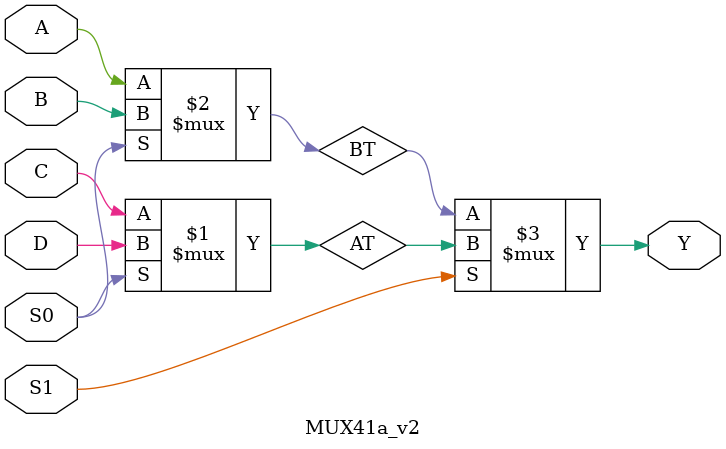
<source format=v>
module MUX41a_v2(A,B,C,D,S1,S0,Y);
	input A,B,C,D,S1,S0;
	output Y;
	//如果S0=1成立，则AT=D；如果S0=0成立，则AT=C
	wire AT = S0 ? D : C;
	//如果S0=1成立，则AT=B；如果S0=0成立，则AT=A
	wire BT = S0 ? B : A;
	//如果S1=1成立，则Y=AT；如果S1=0成立，则Y=BT
	wire Y =(S1 ? AT : BT);
endmodule 
</source>
